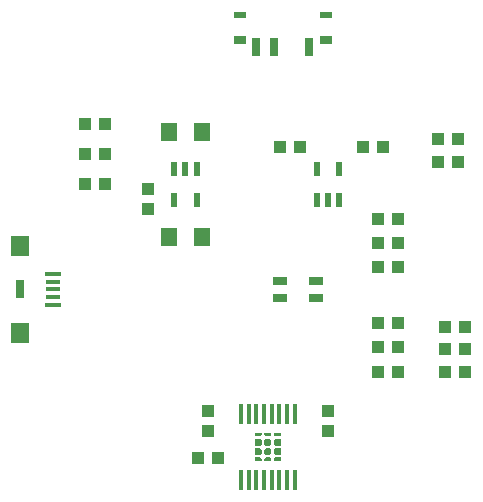
<source format=gbr>
G04 EAGLE Gerber RS-274X export*
G75*
%MOMM*%
%FSLAX34Y34*%
%LPD*%
%INSolderpaste Top*%
%IPPOS*%
%AMOC8*
5,1,8,0,0,1.08239X$1,22.5*%
G01*
%ADD10R,1.000000X1.100000*%
%ADD11R,1.100000X1.000000*%
%ADD12R,1.200000X0.700000*%
%ADD13R,1.450000X0.400000*%
%ADD14R,1.500000X1.800000*%
%ADD15R,0.700000X1.500000*%
%ADD16R,1.250000X0.300000*%
%ADD17R,1.000000X0.600000*%
%ADD18R,1.000000X0.800000*%
%ADD19R,0.550000X1.200000*%
%ADD20R,0.355600X1.676400*%
%ADD21R,1.400000X1.600000*%

G36*
X209552Y121525D02*
X209552Y121525D01*
X209555Y121524D01*
X209638Y121561D01*
X211052Y122975D01*
X211054Y122978D01*
X211056Y122979D01*
X211089Y123064D01*
X211089Y126110D01*
X211088Y126113D01*
X211089Y126116D01*
X211052Y126199D01*
X209638Y127613D01*
X209635Y127615D01*
X209634Y127617D01*
X209549Y127650D01*
X205099Y127650D01*
X205097Y127649D01*
X205095Y127650D01*
X205052Y127630D01*
X205009Y127612D01*
X205008Y127610D01*
X205006Y127609D01*
X204973Y127524D01*
X204973Y121650D01*
X204974Y121648D01*
X204973Y121646D01*
X204993Y121603D01*
X205011Y121559D01*
X205014Y121559D01*
X205014Y121557D01*
X205099Y121524D01*
X209549Y121524D01*
X209552Y121525D01*
G37*
G36*
X226703Y121525D02*
X226703Y121525D01*
X226705Y121524D01*
X226748Y121544D01*
X226791Y121562D01*
X226792Y121564D01*
X226794Y121565D01*
X226827Y121650D01*
X226827Y127524D01*
X226826Y127526D01*
X226827Y127528D01*
X226807Y127571D01*
X226789Y127615D01*
X226787Y127615D01*
X226786Y127617D01*
X226701Y127650D01*
X222251Y127650D01*
X222248Y127649D01*
X222245Y127650D01*
X222162Y127613D01*
X220748Y126199D01*
X220747Y126196D01*
X220744Y126195D01*
X220711Y126110D01*
X220711Y123064D01*
X220712Y123061D01*
X220711Y123058D01*
X220748Y122975D01*
X222162Y121561D01*
X222165Y121560D01*
X222166Y121557D01*
X222251Y121524D01*
X226701Y121524D01*
X226703Y121525D01*
G37*
G36*
X209552Y113651D02*
X209552Y113651D01*
X209555Y113650D01*
X209638Y113687D01*
X211052Y115101D01*
X211054Y115104D01*
X211056Y115105D01*
X211089Y115190D01*
X211089Y118236D01*
X211088Y118239D01*
X211089Y118242D01*
X211052Y118325D01*
X209638Y119739D01*
X209635Y119741D01*
X209634Y119743D01*
X209549Y119776D01*
X205099Y119776D01*
X205097Y119775D01*
X205095Y119776D01*
X205052Y119756D01*
X205009Y119738D01*
X205008Y119736D01*
X205006Y119735D01*
X204973Y119650D01*
X204973Y113776D01*
X204974Y113774D01*
X204973Y113772D01*
X204993Y113729D01*
X205011Y113685D01*
X205014Y113685D01*
X205014Y113683D01*
X205099Y113650D01*
X209549Y113650D01*
X209552Y113651D01*
G37*
G36*
X226703Y113651D02*
X226703Y113651D01*
X226705Y113650D01*
X226748Y113670D01*
X226791Y113688D01*
X226792Y113690D01*
X226794Y113691D01*
X226827Y113776D01*
X226827Y119650D01*
X226826Y119652D01*
X226827Y119654D01*
X226807Y119697D01*
X226789Y119741D01*
X226787Y119741D01*
X226786Y119743D01*
X226701Y119776D01*
X222251Y119776D01*
X222248Y119775D01*
X222245Y119776D01*
X222162Y119739D01*
X220748Y118325D01*
X220747Y118322D01*
X220744Y118321D01*
X220711Y118236D01*
X220711Y115190D01*
X220712Y115187D01*
X220711Y115184D01*
X220748Y115101D01*
X222162Y113687D01*
X222165Y113686D01*
X222166Y113683D01*
X222251Y113650D01*
X226701Y113650D01*
X226703Y113651D01*
G37*
G36*
X217426Y121525D02*
X217426Y121525D01*
X217429Y121524D01*
X217512Y121561D01*
X218926Y122975D01*
X218928Y122978D01*
X218930Y122979D01*
X218963Y123064D01*
X218963Y126110D01*
X218962Y126113D01*
X218963Y126116D01*
X218926Y126199D01*
X217512Y127613D01*
X217509Y127615D01*
X217508Y127617D01*
X217423Y127650D01*
X214377Y127650D01*
X214374Y127649D01*
X214371Y127650D01*
X214288Y127613D01*
X212874Y126199D01*
X212873Y126196D01*
X212870Y126195D01*
X212837Y126110D01*
X212837Y123064D01*
X212838Y123061D01*
X212837Y123058D01*
X212874Y122975D01*
X214288Y121561D01*
X214291Y121560D01*
X214292Y121557D01*
X214377Y121524D01*
X217423Y121524D01*
X217426Y121525D01*
G37*
G36*
X217426Y113651D02*
X217426Y113651D01*
X217429Y113650D01*
X217512Y113687D01*
X218926Y115101D01*
X218928Y115104D01*
X218930Y115105D01*
X218963Y115190D01*
X218963Y118236D01*
X218962Y118239D01*
X218963Y118242D01*
X218926Y118325D01*
X217512Y119739D01*
X217509Y119741D01*
X217508Y119743D01*
X217423Y119776D01*
X214377Y119776D01*
X214374Y119775D01*
X214371Y119776D01*
X214288Y119739D01*
X212874Y118325D01*
X212873Y118322D01*
X212870Y118321D01*
X212837Y118236D01*
X212837Y115190D01*
X212838Y115187D01*
X212837Y115184D01*
X212874Y115101D01*
X214288Y113687D01*
X214291Y113686D01*
X214292Y113683D01*
X214377Y113650D01*
X217423Y113650D01*
X217426Y113651D01*
G37*
G36*
X226703Y108974D02*
X226703Y108974D01*
X226705Y108973D01*
X226748Y108993D01*
X226791Y109011D01*
X226792Y109014D01*
X226794Y109014D01*
X226827Y109099D01*
X226827Y111776D01*
X226826Y111778D01*
X226827Y111780D01*
X226807Y111823D01*
X226789Y111867D01*
X226787Y111867D01*
X226786Y111869D01*
X226701Y111902D01*
X222251Y111902D01*
X222248Y111901D01*
X222245Y111902D01*
X222162Y111865D01*
X220748Y110451D01*
X220747Y110450D01*
X220746Y110450D01*
X220746Y110448D01*
X220744Y110447D01*
X220711Y110362D01*
X220711Y109099D01*
X220712Y109097D01*
X220711Y109095D01*
X220731Y109052D01*
X220749Y109009D01*
X220751Y109008D01*
X220752Y109006D01*
X220837Y108973D01*
X226701Y108973D01*
X226703Y108974D01*
G37*
G36*
X210965Y108974D02*
X210965Y108974D01*
X210967Y108973D01*
X211010Y108993D01*
X211054Y109011D01*
X211054Y109014D01*
X211056Y109014D01*
X211089Y109099D01*
X211089Y110362D01*
X211088Y110364D01*
X211089Y110366D01*
X211089Y110367D01*
X211089Y110368D01*
X211052Y110451D01*
X209638Y111865D01*
X209635Y111867D01*
X209634Y111869D01*
X209549Y111902D01*
X205099Y111902D01*
X205097Y111901D01*
X205095Y111902D01*
X205052Y111882D01*
X205009Y111864D01*
X205008Y111862D01*
X205006Y111861D01*
X204973Y111776D01*
X204973Y109099D01*
X204974Y109097D01*
X204973Y109095D01*
X204993Y109052D01*
X205011Y109009D01*
X205014Y109008D01*
X205014Y109006D01*
X205099Y108973D01*
X210963Y108973D01*
X210965Y108974D01*
G37*
G36*
X226703Y129399D02*
X226703Y129399D01*
X226705Y129398D01*
X226748Y129418D01*
X226791Y129436D01*
X226792Y129438D01*
X226794Y129439D01*
X226827Y129524D01*
X226827Y132201D01*
X226826Y132203D01*
X226827Y132205D01*
X226807Y132248D01*
X226789Y132291D01*
X226787Y132292D01*
X226786Y132294D01*
X226701Y132327D01*
X220837Y132327D01*
X220835Y132326D01*
X220833Y132327D01*
X220790Y132307D01*
X220746Y132289D01*
X220746Y132287D01*
X220744Y132286D01*
X220711Y132201D01*
X220711Y130938D01*
X220712Y130935D01*
X220711Y130932D01*
X220748Y130849D01*
X222162Y129435D01*
X222165Y129434D01*
X222166Y129431D01*
X222251Y129398D01*
X226701Y129398D01*
X226703Y129399D01*
G37*
G36*
X209552Y129399D02*
X209552Y129399D01*
X209555Y129398D01*
X209638Y129435D01*
X211052Y130849D01*
X211054Y130852D01*
X211056Y130853D01*
X211089Y130938D01*
X211089Y132201D01*
X211088Y132203D01*
X211089Y132205D01*
X211069Y132248D01*
X211051Y132291D01*
X211049Y132292D01*
X211048Y132294D01*
X210963Y132327D01*
X205099Y132327D01*
X205097Y132326D01*
X205095Y132327D01*
X205052Y132307D01*
X205009Y132289D01*
X205008Y132287D01*
X205006Y132286D01*
X204973Y132201D01*
X204973Y129524D01*
X204974Y129522D01*
X204973Y129520D01*
X204993Y129477D01*
X205011Y129433D01*
X205014Y129433D01*
X205014Y129431D01*
X205099Y129398D01*
X209549Y129398D01*
X209552Y129399D01*
G37*
G36*
X218839Y108974D02*
X218839Y108974D01*
X218841Y108973D01*
X218884Y108993D01*
X218928Y109011D01*
X218928Y109014D01*
X218930Y109014D01*
X218963Y109099D01*
X218963Y110362D01*
X218962Y110364D01*
X218963Y110366D01*
X218963Y110367D01*
X218963Y110368D01*
X218926Y110451D01*
X217512Y111865D01*
X217509Y111867D01*
X217508Y111869D01*
X217423Y111902D01*
X214377Y111902D01*
X214374Y111901D01*
X214371Y111902D01*
X214288Y111865D01*
X212874Y110451D01*
X212873Y110450D01*
X212872Y110450D01*
X212872Y110448D01*
X212870Y110447D01*
X212837Y110362D01*
X212837Y109099D01*
X212838Y109097D01*
X212837Y109095D01*
X212857Y109052D01*
X212875Y109009D01*
X212877Y109008D01*
X212878Y109006D01*
X212963Y108973D01*
X218837Y108973D01*
X218839Y108974D01*
G37*
G36*
X217426Y129399D02*
X217426Y129399D01*
X217429Y129398D01*
X217512Y129435D01*
X218926Y130849D01*
X218928Y130852D01*
X218930Y130853D01*
X218963Y130938D01*
X218963Y132201D01*
X218962Y132203D01*
X218963Y132205D01*
X218943Y132248D01*
X218925Y132291D01*
X218923Y132292D01*
X218922Y132294D01*
X218837Y132327D01*
X212963Y132327D01*
X212961Y132326D01*
X212959Y132327D01*
X212916Y132307D01*
X212872Y132289D01*
X212872Y132287D01*
X212870Y132286D01*
X212837Y132201D01*
X212837Y130938D01*
X212838Y130935D01*
X212837Y130932D01*
X212874Y130849D01*
X214288Y129435D01*
X214291Y129434D01*
X214292Y129431D01*
X214377Y129398D01*
X217423Y129398D01*
X217426Y129399D01*
G37*
D10*
X266700Y151375D03*
X266700Y134375D03*
D11*
X313300Y374650D03*
X296300Y374650D03*
X326000Y225552D03*
X309000Y225552D03*
X326000Y204978D03*
X309000Y204978D03*
D10*
X165100Y134375D03*
X165100Y151375D03*
D12*
X226300Y247000D03*
X226300Y261000D03*
X256300Y247000D03*
X256300Y261000D03*
D13*
X33600Y267000D03*
X33600Y241000D03*
D14*
X6350Y290840D03*
D15*
X6350Y254000D03*
D14*
X6350Y217160D03*
D16*
X33600Y260500D03*
X33600Y254000D03*
X33600Y247500D03*
D11*
X173600Y111125D03*
X156600Y111125D03*
D10*
X78350Y368300D03*
X61350Y368300D03*
D11*
X366150Y203200D03*
X383150Y203200D03*
D10*
X309000Y313944D03*
X326000Y313944D03*
X309000Y273050D03*
X326000Y273050D03*
D11*
X366150Y184150D03*
X383150Y184150D03*
D10*
X309000Y184150D03*
X326000Y184150D03*
X383150Y222250D03*
X366150Y222250D03*
X309000Y293624D03*
X326000Y293624D03*
D11*
X359800Y381000D03*
X376800Y381000D03*
X226450Y374650D03*
X243450Y374650D03*
X359800Y361950D03*
X376800Y361950D03*
D15*
X206100Y458750D03*
X221100Y458750D03*
X251100Y458750D03*
D17*
X192100Y486250D03*
D18*
X192100Y465250D03*
D17*
X265100Y486250D03*
D18*
X265100Y465250D03*
D19*
X257200Y329899D03*
X266700Y329899D03*
X276200Y329899D03*
X276200Y355901D03*
X257200Y355901D03*
D20*
X193150Y92456D03*
X199650Y92456D03*
X206150Y92456D03*
X212650Y92456D03*
X219150Y92456D03*
X225650Y92456D03*
X232150Y92456D03*
X238650Y92456D03*
X238650Y148844D03*
X232150Y148844D03*
X225650Y148844D03*
X219150Y148844D03*
X212650Y148844D03*
X206150Y148844D03*
X199650Y148844D03*
X193150Y148844D03*
D10*
X61350Y342900D03*
X78350Y342900D03*
X61350Y393700D03*
X78350Y393700D03*
D19*
X155550Y355901D03*
X146050Y355901D03*
X136550Y355901D03*
X136550Y329899D03*
X155550Y329899D03*
D10*
X114300Y321700D03*
X114300Y338700D03*
D21*
X132050Y387350D03*
X160050Y387350D03*
X132050Y298450D03*
X160050Y298450D03*
M02*

</source>
